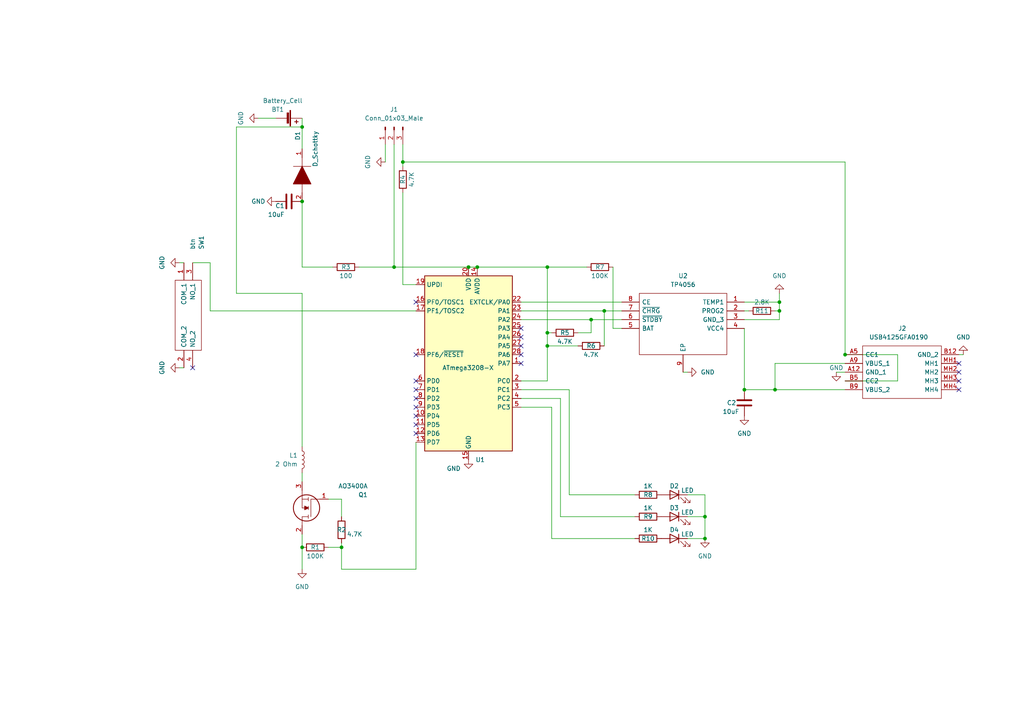
<source format=kicad_sch>
(kicad_sch (version 20211123) (generator eeschema)
  (paper "A4")
  (title_block (title "Rectangle Control Module") (rev "1") (company "Sapient Design") (comment 1 "Designed by: Homer Morrill") (comment 2 "All solder used is to be LF"))
  (lib_symbols
    (symbol "Connector:Conn_01x03_Male" (pin_names (offset 1.016) hide)
      (property "Reference" "J" (at 0 5.08 0))
      (property "Value" "Conn_01x03_Male" (at 0 -5.08 0))
      (symbol "Conn_01x03_Male_1_1"
        (polyline (pts (xy 1.27 -2.54) (xy 0.8636 -2.54)) (stroke (width 0.1524)))
        (polyline (pts (xy 1.27 0) (xy 0.8636 0)) (stroke (width 0.1524)))
        (polyline (pts (xy 1.27 2.54) (xy 0.8636 2.54)) (stroke (width 0.1524)))
        (rectangle (start 0.8636 -2.413) (end 0 -2.667) (stroke (width 0.1524)) (fill (type outline)))
        (rectangle (start 0.8636 0.127) (end 0 -0.127) (stroke (width 0.1524)) (fill (type outline)))
        (rectangle (start 0.8636 2.667) (end 0 2.413) (stroke (width 0.1524)) (fill (type outline)))
        (pin passive line (at 5.08 2.54 180) (length 3.81) (name "Pin_1") (number "1"))
        (pin passive line (at 5.08 0 180) (length 3.81) (name "Pin_2") (number "2"))
        (pin passive line (at 5.08 -2.54 180) (length 3.81) (name "Pin_3") (number "3"))
      )
    )
    (symbol "Device:Battery_Cell" (pin_numbers hide) (pin_names (offset 0) hide)
      (property "Reference" "BT" (at 2.54 2.54 0))
      (property "Value" "Battery_Cell" (at 2.54 0 0))
      (symbol "Battery_Cell_0_1"
        (rectangle (start -2.286 1.778) (end 2.286 1.524) (fill (type outline)))
        (rectangle (start -1.5748 1.1938) (end 1.4732 0.6858) (fill (type outline)))
        (polyline (pts (xy 0 0.762) (xy 0 0)))
        (polyline (pts (xy 0 1.778) (xy 0 2.54)))
        (polyline (pts (xy 0.508 3.429) (xy 1.524 3.429)) (stroke (width 0.254)))
        (polyline (pts (xy 1.016 3.937) (xy 1.016 2.921)) (stroke (width 0.254)))
      )
      (symbol "Battery_Cell_1_1"
        (pin passive line (at 0 5.08 270) (length 2.54) (name "+") (number "1"))
        (pin passive line (at 0 -2.54 90) (length 2.54) (name "-") (number "2"))
      )
    )
    (symbol "Device:C" (pin_numbers hide) (pin_names (offset 0.254))
      (property "Reference" "C" (at 0.635 2.54 0))
      (property "Value" "C" (at 0.635 -2.54 0))
      (symbol "C_0_1"
        (polyline (pts (xy -2.032 -0.762) (xy 2.032 -0.762)) (stroke (width 0.508)))
        (polyline (pts (xy -2.032 0.762) (xy 2.032 0.762)) (stroke (width 0.508)))
      )
      (symbol "C_1_1"
        (pin passive line (at 0 3.81 270) (length 2.794) (name "~") (number "1"))
        (pin passive line (at 0 -3.81 90) (length 2.794) (name "~") (number "2"))
      )
    )
    (symbol "Device:L" (pin_numbers hide) (pin_names (offset 1.016) hide)
      (property "Reference" "L" (at -1.27 0 90))
      (property "Value" "L" (at 1.905 0 90))
      (symbol "L_0_1"
        (arc (start 0 -2.54) (mid 0.635 -1.905) (end 0 -1.27))
        (arc (start 0 -1.27) (mid 0.635 -0.635) (end 0 0))
        (arc (start 0 0) (mid 0.635 0.635) (end 0 1.27))
        (arc (start 0 1.27) (mid 0.635 1.905) (end 0 2.54))
      )
      (symbol "L_1_1"
        (pin passive line (at 0 3.81 270) (length 1.27) (name "1") (number "1"))
        (pin passive line (at 0 -3.81 90) (length 1.27) (name "2") (number "2"))
      )
    )
    (symbol "Device:LED" (pin_numbers hide) (pin_names (offset 1.016) hide)
      (property "Reference" "D" (at 0 2.54 0))
      (property "Value" "LED" (at 0 -2.54 0))
      (symbol "LED_0_1"
        (polyline (pts (xy -1.27 -1.27) (xy -1.27 1.27)) (stroke (width 0.254)))
        (polyline (pts (xy -1.27 0) (xy 1.27 0)))
        (polyline (pts (xy 1.27 -1.27) (xy 1.27 1.27) (xy -1.27 0) (xy 1.27 -1.27)) (stroke (width 0.254)))
        (polyline (pts (xy -3.048 -0.762) (xy -4.572 -2.286) (xy -3.81 -2.286) (xy -4.572 -2.286) (xy -4.572 -1.524)))
        (polyline (pts (xy -1.778 -0.762) (xy -3.302 -2.286) (xy -2.54 -2.286) (xy -3.302 -2.286) (xy -3.302 -1.524)))
      )
      (symbol "LED_1_1"
        (pin passive line (at -3.81 0 0) (length 2.54) (name "K") (number "1"))
        (pin passive line (at 3.81 0 180) (length 2.54) (name "A") (number "2"))
      )
    )
    (symbol "Device:R" (pin_numbers hide) (pin_names (offset 0))
      (property "Reference" "R" (at 2.032 0 90))
      (property "Value" "R" (at 0 0 90))
      (symbol "R_0_1"
        (rectangle (start -1.016 -2.54) (end 1.016 2.54) (stroke (width 0.254)))
      )
      (symbol "R_1_1"
        (pin passive line (at 0 3.81 270) (length 1.27) (name "~") (number "1"))
        (pin passive line (at 0 -3.81 90) (length 1.27) (name "~") (number "2"))
      )
    )
    (symbol "MCU_Microchip_ATmega:ATmega3208-X"
      (property "Reference" "U" (at -12.7 26.67 0))
      (property "Value" "ATmega3208-X" (at 2.54 -26.67 0))
      (symbol "ATmega3208-X_0_1"
        (rectangle (start -12.7 -25.4) (end 12.7 25.4) (stroke (width 0.254)) (fill (type background)))
      )
      (symbol "ATmega3208-X_1_1"
        (pin bidirectional line (at 15.24 0 180) (length 2.54) (name "PA7") (number "1"))
        (pin bidirectional line (at -15.24 -15.24 0) (length 2.54) (name "PD4") (number "10"))
        (pin bidirectional line (at -15.24 -17.78 0) (length 2.54) (name "PD5") (number "11"))
        (pin bidirectional line (at -15.24 -20.32 0) (length 2.54) (name "PD6") (number "12"))
        (pin bidirectional line (at -15.24 -22.86 0) (length 2.54) (name "PD7") (number "13"))
        (pin power_in line (at 2.54 27.94 270) (length 2.54) (name "AVDD") (number "14"))
        (pin power_in line (at 0 -27.94 90) (length 2.54) (name "GND") (number "15"))
        (pin bidirectional line (at -15.24 17.78 0) (length 2.54) (name "PF0/TOSC1") (number "16"))
        (pin bidirectional line (at -15.24 15.24 0) (length 2.54) (name "PF1/TOSC2") (number "17"))
        (pin bidirectional line (at -15.24 2.54 0) (length 2.54) (name "PF6/~{RESET}") (number "18"))
        (pin bidirectional line (at -15.24 22.86 0) (length 2.54) (name "UPDI") (number "19"))
        (pin bidirectional line (at 15.24 -5.08 180) (length 2.54) (name "PC0") (number "2"))
        (pin power_in line (at 0 27.94 270) (length 2.54) (name "VDD") (number "20"))
        (pin passive line (at 0 -27.94 90) (length 2.54) hide (name "GND") (number "21"))
        (pin bidirectional line (at 15.24 17.78 180) (length 2.54) (name "EXTCLK/PA0") (number "22"))
        (pin bidirectional line (at 15.24 15.24 180) (length 2.54) (name "PA1") (number "23"))
        (pin bidirectional line (at 15.24 12.7 180) (length 2.54) (name "PA2") (number "24"))
        (pin bidirectional line (at 15.24 10.16 180) (length 2.54) (name "PA3") (number "25"))
        (pin bidirectional line (at 15.24 7.62 180) (length 2.54) (name "PA4") (number "26"))
        (pin bidirectional line (at 15.24 5.08 180) (length 2.54) (name "PA5") (number "27"))
        (pin bidirectional line (at 15.24 2.54 180) (length 2.54) (name "PA6") (number "28"))
        (pin bidirectional line (at 15.24 -7.62 180) (length 2.54) (name "PC1") (number "3"))
        (pin bidirectional line (at 15.24 -10.16 180) (length 2.54) (name "PC2") (number "4"))
        (pin bidirectional line (at 15.24 -12.7 180) (length 2.54) (name "PC3") (number "5"))
        (pin bidirectional line (at -15.24 -5.08 0) (length 2.54) (name "PD0") (number "6"))
        (pin bidirectional line (at -15.24 -7.62 0) (length 2.54) (name "PD1") (number "7"))
        (pin bidirectional line (at -15.24 -10.16 0) (length 2.54) (name "PD2") (number "8"))
        (pin bidirectional line (at -15.24 -12.7 0) (length 2.54) (name "PD3") (number "9"))
      )
    )
    (symbol "SamacSys:8-1437565-1" (pin_names (offset 0.762))
      (property "Reference" "J" (at 26.67 7.62 0))
      (property "Value" "8-1437565-1" (at 26.67 5.08 0))
      (symbol "8-1437565-1_0_0"
        (pin passive line (at 0 0 0) (length 5.08) (name "COM_1") (number "1"))
        (pin passive line (at 30.48 0 180) (length 5.08) (name "COM_2") (number "2"))
        (pin passive line (at 0 -2.54 0) (length 5.08) (name "NO_1") (number "3"))
        (pin passive line (at 30.48 -2.54 180) (length 5.08) (name "NO_2") (number "4"))
      )
      (symbol "8-1437565-1_0_1"
        (polyline (pts (xy 5.08 2.54) (xy 25.4 2.54) (xy 25.4 -5.08) (xy 5.08 -5.08) (xy 5.08 2.54)) (stroke (width 0.1524)))
      )
    )
    (symbol "SamacSys:AO3400A" (pin_names (offset 0.762))
      (property "Reference" "Q1" (at -11.43 -1.2699 0))
      (property "Value" "AO3400A" (at -11.43 -3.8099 0))
      (symbol "AO3400A_0_0"
        (pin passive line (at 0 0 0) (length 2.54) (name "~") (number "1"))
        (pin passive line (at 7.62 10.16 270) (length 2.54) (name "~") (number "2"))
        (pin passive line (at 7.62 -5.08 90) (length 2.54) (name "~") (number "3"))
      )
      (symbol "AO3400A_0_1"
        (polyline (pts (xy 5.842 -0.508) (xy 5.842 0.508)) (stroke (width 0.1524)))
        (polyline (pts (xy 5.842 0) (xy 7.62 0)) (stroke (width 0.1524)))
        (polyline (pts (xy 5.842 2.032) (xy 5.842 3.048)) (stroke (width 0.1524)))
        (polyline (pts (xy 5.842 5.588) (xy 5.842 4.572)) (stroke (width 0.1524)))
        (polyline (pts (xy 7.62 2.54) (xy 5.842 2.54)) (stroke (width 0.1524)))
        (polyline (pts (xy 7.62 2.54) (xy 7.62 -2.54)) (stroke (width 0.1524)))
        (polyline (pts (xy 7.62 5.08) (xy 5.842 5.08)) (stroke (width 0.1524)))
        (polyline (pts (xy 7.62 5.08) (xy 7.62 7.62)) (stroke (width 0.1524)))
        (polyline (pts (xy 2.54 0) (xy 5.08 0) (xy 5.08 5.08)) (stroke (width 0.1524)))
        (polyline (pts (xy 5.842 2.54) (xy 6.858 3.048) (xy 6.858 2.032) (xy 5.842 2.54)) (stroke (width 0.254)) (fill (type outline)))
        (circle (center 6.35 2.54) (radius 3.81) (stroke (width 0.254)))
      )
    )
    (symbol "SamacSys:SD0805S020S0R5" (pin_names (offset 0.762))
      (property "Reference" "D" (at 11.43 5.08 0))
      (property "Value" "SD0805S020S0R5" (at 11.43 2.54 0))
      (symbol "SD0805S020S0R5_0_0"
        (pin passive line (at 0 0 0) (length 2.54) (name "~") (number "1"))
        (pin passive line (at 15.24 0 180) (length 2.54) (name "~") (number "2"))
      )
      (symbol "SD0805S020S0R5_0_1"
        (polyline (pts (xy 2.54 0) (xy 5.08 0)) (stroke (width 0.1524)))
        (polyline (pts (xy 5.08 2.54) (xy 5.08 -2.54)) (stroke (width 0.1524)))
        (polyline (pts (xy 10.16 0) (xy 12.7 0)) (stroke (width 0.1524)))
        (polyline (pts (xy 5.08 0) (xy 10.16 2.54) (xy 10.16 -2.54) (xy 5.08 0)) (stroke (width 0.254)) (fill (type outline)))
      )
    )
    (symbol "SamacSys:TP4056" (pin_names (offset 0.762))
      (property "Reference" "J" (at 31.75 7.62 0))
      (property "Value" "TP4056" (at 31.75 5.08 0))
      (symbol "TP4056_0_0"
        (pin passive line (at 0 0 0) (length 5.08) (name "TEMP1") (number "1"))
        (pin passive line (at 0 -2.54 0) (length 5.08) (name "PROG2") (number "2"))
        (pin passive line (at 0 -5.08 0) (length 5.08) (name "GND_3") (number "3"))
        (pin passive line (at 0 -7.62 0) (length 5.08) (name "VCC4") (number "4"))
        (pin passive line (at 35.56 -7.62 180) (length 5.08) (name "BAT") (number "5"))
        (pin passive line (at 35.56 -5.08 180) (length 5.08) (name "~{STDBY}") (number "6"))
        (pin passive line (at 35.56 -2.54 180) (length 5.08) (name "~{CHRG}") (number "7"))
        (pin passive line (at 35.56 0 180) (length 5.08) (name "CE") (number "8"))
        (pin passive line (at 17.78 -20.32 90) (length 5.08) (name "EP") (number "9"))
      )
      (symbol "TP4056_0_1"
        (polyline (pts (xy 5.08 2.54) (xy 30.48 2.54) (xy 30.48 -15.24) (xy 5.08 -15.24) (xy 5.08 2.54)) (stroke (width 0.1524)))
      )
    )
    (symbol "SamacSys:USB4125-GF-A-0190" (pin_names (offset 0.762))
      (property "Reference" "J" (at 29.21 7.62 0))
      (property "Value" "USB4125-GF-A-0190" (at 29.21 5.08 0))
      (symbol "USB4125-GF-A-0190_0_0"
        (pin passive line (at 0 -5.08 0) (length 5.08) (name "GND_1") (number "A12"))
        (pin passive line (at 0 0 0) (length 5.08) (name "CC1") (number "A5"))
        (pin passive line (at 0 -2.54 0) (length 5.08) (name "VBUS_1") (number "A9"))
        (pin passive line (at 33.02 0 180) (length 5.08) (name "GND_2") (number "B12"))
        (pin passive line (at 0 -7.62 0) (length 5.08) (name "CC2") (number "B5"))
        (pin passive line (at 0 -10.16 0) (length 5.08) (name "VBUS_2") (number "B9"))
        (pin passive line (at 33.02 -2.54 180) (length 5.08) (name "MH1") (number "MH1"))
        (pin passive line (at 33.02 -5.08 180) (length 5.08) (name "MH2") (number "MH2"))
        (pin passive line (at 33.02 -7.62 180) (length 5.08) (name "MH3") (number "MH3"))
        (pin passive line (at 33.02 -10.16 180) (length 5.08) (name "MH4") (number "MH4"))
      )
      (symbol "USB4125-GF-A-0190_0_1"
        (polyline (pts (xy 5.08 2.54) (xy 27.94 2.54) (xy 27.94 -12.7) (xy 5.08 -12.7) (xy 5.08 2.54)) (stroke (width 0.1524)))
      )
    )
    (symbol "power:GND" (power) (pin_names (offset 0))
      (property "Value" "GND" (at 0 -3.81 0))
      (symbol "GND_0_1"
        (polyline (pts (xy 0 0) (xy 0 -1.27) (xy 1.27 -1.27) (xy 0 -2.54) (xy -1.27 -1.27) (xy 0 -1.27)))
      )
      (symbol "GND_1_1"
        (pin power_in line (at 0 0 270) (length 0) hide (name "GND") (number "1"))
      )
    )
  )
  (junction (at 204.47 156.21))
  (junction (at 87.63 158.75))
  (junction (at 135.89 77.47))
  (junction (at 114.3 77.47))
  (junction (at 138.43 77.47))
  (junction (at 226.06 87.63))
  (junction (at 171.45 92.71))
  (junction (at 245.11 102.87))
  (junction (at 116.84 46.99))
  (junction (at 224.79 113.03))
  (junction (at 158.75 96.52))
  (junction (at 215.9 113.03))
  (junction (at 158.75 77.47))
  (junction (at 87.63 36.83))
  (junction (at 99.06 158.75))
  (junction (at 87.63 58.42))
  (junction (at 158.75 100.33))
  (junction (at 226.06 90.17))
  (junction (at 175.26 90.17))
  (junction (at 204.47 149.86))
  (no_connect (at 278.13 110.49))
  (no_connect (at 278.13 105.41))
  (no_connect (at 278.13 107.95))
  (no_connect (at 120.65 125.73))
  (no_connect (at 120.65 123.19))
  (no_connect (at 55.88 106.68))
  (no_connect (at 151.13 100.33))
  (no_connect (at 151.13 97.79))
  (no_connect (at 151.13 95.25))
  (no_connect (at 120.65 87.63))
  (no_connect (at 120.65 110.49))
  (no_connect (at 120.65 120.65))
  (no_connect (at 120.65 118.11))
  (no_connect (at 120.65 115.57))
  (no_connect (at 120.65 113.03))
  (no_connect (at 151.13 105.41))
  (no_connect (at 151.13 102.87))
  (no_connect (at 120.65 102.87))
  (no_connect (at 278.13 113.03))
  (wire (pts (xy 114.3 41.91) (xy 114.3 77.47)))
  (wire (pts (xy 175.26 90.17) (xy 180.34 90.17)))
  (wire (pts (xy 260.35 110.49) (xy 260.35 102.87)))
  (wire (pts (xy 165.1 143.51) (xy 165.1 113.03)))
  (wire (pts (xy 224.79 105.41) (xy 224.79 113.03)))
  (wire (pts (xy 135.89 77.47) (xy 138.43 77.47)))
  (wire (pts (xy 215.9 113.03) (xy 224.79 113.03)))
  (wire (pts (xy 120.65 128.27) (xy 120.65 165.1)))
  (wire (pts (xy 245.11 46.99) (xy 116.84 46.99)))
  (wire (pts (xy 116.84 82.55) (xy 120.65 82.55)))
  (wire (pts (xy 55.88 76.2) (xy 60.96 76.2)))
  (wire (pts (xy 226.06 85.09) (xy 226.06 87.63)))
  (wire (pts (xy 60.96 76.2) (xy 60.96 90.17)))
  (wire (pts (xy 215.9 87.63) (xy 226.06 87.63)))
  (wire (pts (xy 158.75 96.52) (xy 160.02 96.52)))
  (wire (pts (xy 111.76 41.91) (xy 111.76 46.99)))
  (wire (pts (xy 160.02 118.11) (xy 160.02 156.21)))
  (wire (pts (xy 162.56 149.86) (xy 184.15 149.86)))
  (wire (pts (xy 198.12 107.95) (xy 199.39 107.95)))
  (wire (pts (xy 68.58 36.83) (xy 87.63 36.83)))
  (wire (pts (xy 158.75 100.33) (xy 167.64 100.33)))
  (wire (pts (xy 175.26 100.33) (xy 175.26 90.17)))
  (wire (pts (xy 245.11 110.49) (xy 260.35 110.49)))
  (wire (pts (xy 99.06 158.75) (xy 99.06 165.1)))
  (wire (pts (xy 116.84 55.88) (xy 116.84 82.55)))
  (wire (pts (xy 162.56 115.57) (xy 162.56 149.86)))
  (wire (pts (xy 87.63 129.54) (xy 87.63 85.09)))
  (wire (pts (xy 278.13 102.87) (xy 279.4 102.87)))
  (wire (pts (xy 245.11 46.99) (xy 245.11 102.87)))
  (wire (pts (xy 116.84 41.91) (xy 116.84 46.99)))
  (wire (pts (xy 116.84 46.99) (xy 116.84 48.26)))
  (wire (pts (xy 114.3 77.47) (xy 135.89 77.47)))
  (wire (pts (xy 60.96 90.17) (xy 120.65 90.17)))
  (wire (pts (xy 99.06 157.48) (xy 99.06 158.75)))
  (wire (pts (xy 87.63 36.83) (xy 87.63 43.18)))
  (wire (pts (xy 87.63 137.16) (xy 87.63 139.7)))
  (wire (pts (xy 53.34 76.2) (xy 52.07 76.2)))
  (wire (pts (xy 158.75 77.47) (xy 158.75 96.52)))
  (wire (pts (xy 199.39 149.86) (xy 204.47 149.86)))
  (wire (pts (xy 95.25 158.75) (xy 99.06 158.75)))
  (wire (pts (xy 242.57 107.95) (xy 245.11 107.95)))
  (wire (pts (xy 226.06 90.17) (xy 226.06 92.71)))
  (wire (pts (xy 99.06 165.1) (xy 120.65 165.1)))
  (wire (pts (xy 170.18 77.47) (xy 158.75 77.47)))
  (wire (pts (xy 177.8 95.25) (xy 180.34 95.25)))
  (wire (pts (xy 199.39 143.51) (xy 204.47 143.51)))
  (wire (pts (xy 199.39 156.21) (xy 204.47 156.21)))
  (wire (pts (xy 99.06 144.78) (xy 95.25 144.78)))
  (wire (pts (xy 158.75 96.52) (xy 158.75 100.33)))
  (wire (pts (xy 87.63 158.75) (xy 87.63 165.1)))
  (wire (pts (xy 224.79 113.03) (xy 245.11 113.03)))
  (wire (pts (xy 87.63 154.94) (xy 87.63 158.75)))
  (wire (pts (xy 138.43 77.47) (xy 158.75 77.47)))
  (wire (pts (xy 87.63 34.29) (xy 87.63 36.83)))
  (wire (pts (xy 151.13 113.03) (xy 165.1 113.03)))
  (wire (pts (xy 74.93 34.29) (xy 80.01 34.29)))
  (wire (pts (xy 151.13 90.17) (xy 175.26 90.17)))
  (wire (pts (xy 204.47 143.51) (xy 204.47 149.86)))
  (wire (pts (xy 151.13 118.11) (xy 160.02 118.11)))
  (wire (pts (xy 171.45 92.71) (xy 180.34 92.71)))
  (wire (pts (xy 171.45 92.71) (xy 171.45 96.52)))
  (wire (pts (xy 151.13 92.71) (xy 171.45 92.71)))
  (wire (pts (xy 151.13 110.49) (xy 158.75 110.49)))
  (wire (pts (xy 104.14 77.47) (xy 114.3 77.47)))
  (wire (pts (xy 87.63 77.47) (xy 96.52 77.47)))
  (wire (pts (xy 245.11 105.41) (xy 224.79 105.41)))
  (wire (pts (xy 99.06 144.78) (xy 99.06 149.86)))
  (wire (pts (xy 160.02 156.21) (xy 184.15 156.21)))
  (wire (pts (xy 87.63 85.09) (xy 68.58 85.09)))
  (wire (pts (xy 68.58 85.09) (xy 68.58 36.83)))
  (wire (pts (xy 177.8 77.47) (xy 177.8 95.25)))
  (wire (pts (xy 224.79 90.17) (xy 226.06 90.17)))
  (wire (pts (xy 204.47 149.86) (xy 204.47 156.21)))
  (wire (pts (xy 215.9 90.17) (xy 217.17 90.17)))
  (wire (pts (xy 245.11 102.87) (xy 260.35 102.87)))
  (wire (pts (xy 151.13 115.57) (xy 162.56 115.57)))
  (wire (pts (xy 215.9 92.71) (xy 226.06 92.71)))
  (wire (pts (xy 87.63 58.42) (xy 87.63 77.47)))
  (wire (pts (xy 226.06 87.63) (xy 226.06 90.17)))
  (wire (pts (xy 158.75 100.33) (xy 158.75 110.49)))
  (wire (pts (xy 151.13 87.63) (xy 180.34 87.63)))
  (wire (pts (xy 184.15 143.51) (xy 165.1 143.51)))
  (wire (pts (xy 215.9 113.03) (xy 215.9 95.25)))
  (wire (pts (xy 167.64 96.52) (xy 171.45 96.52)))
  (wire (pts (xy 53.34 106.68) (xy 52.07 106.68)))
  (symbol (lib_id "Device:LED") (at 195.58 143.51 0) (mirror y) (unit 1)
    (property "Reference" "D2" (at 195.58 140.97 0))
    (property "Value" "LED" (at 199.39 142.24 0))
    (property "Footprint" "LED_SMD:LED_0603_1608Metric_Pad1.05x0.95mm_HandSolder" (effects hide))
  )
  (symbol (lib_id "power:GND") (at 87.63 165.1 0) (unit 1)
    (property "Reference" "#PWR05" (effects hide))
    (property "Value" "GND" (at 87.63 170.18 0))
  )
  (symbol (lib_id "SamacSys:USB4125-GF-A-0190") (at 245.11 102.87 0) (unit 1)
    (property "Reference" "J2" (at 262.89 95.25 0) (effects (justify right)))
    (property "Value" "USB4125GFA0190" (at 269.24 97.79 0) (effects (justify right)))
    (property "Footprint" "SamacSys:USB4125GFA0190" (effects hide))
    (property "Datasheet" "https://gct.co/files/drawings/usb4140.pdf?v=497efcde-01c1-4614-ade4-1b2d7a03c886" (effects hide))
    (property "Description" "USB Connectors USB C Rec GF RA 6P SMT TH Stakes 1.9mm" (effects hide))
    (property "Height" "3.41" (effects hide))
    (property "Mouser Part Number" "640-USB4125-GF-A-190" (effects hide))
    (property "Mouser Price/Stock" "https://www.mouser.co.uk/ProductDetail/GCT/USB4125-GF-A-0190?qs=QNEnbhJQKvbCz4hEJBS24w%3D%3D" (effects hide))
    (property "Manufacturer_Name" "GCT (GLOBAL CONNECTOR TECHNOLOGY)" (effects hide))
    (property "Manufacturer_Part_Number" "USB4125-GF-A-0190" (effects hide))
  )
  (symbol (lib_id "Device:R") (at 116.84 52.07 0) (mirror x) (unit 1)
    (property "Reference" "R4" (at 116.84 52.07 90))
    (property "Value" "4.7K" (at 119.38 52.07 90))
    (property "Footprint" "Resistor_SMD:R_0603_1608Metric_Pad0.98x0.95mm_HandSolder" (effects hide))
  )
  (symbol (lib_id "Device:Battery_Cell") (at 82.55 34.29 270) (unit 1)
    (property "Reference" "BT1" (at 78.74 31.75 90) (effects (justify left)))
    (property "Value" "Battery_Cell" (at 76.2 29.21 90) (effects (justify left)))
    (property "Footprint" "Connector_PinHeader_2.54mm:PinHeader_1x02_P2.54mm_Vertical" (effects hide))
  )
  (symbol (lib_id "Device:R") (at 187.96 149.86 270) (mirror x) (unit 1)
    (property "Reference" "R9" (at 187.96 149.86 90))
    (property "Value" "1K" (at 187.96 147.32 90))
    (property "Footprint" "Resistor_SMD:R_0603_1608Metric_Pad0.98x0.95mm_HandSolder" (effects hide))
  )
  (symbol (lib_id "power:GND") (at 111.76 46.99 270) (unit 1)
    (property "Reference" "#PWR06" (effects hide))
    (property "Value" "GND" (at 106.68 46.99 0))
  )
  (symbol (lib_id "SamacSys:AO3400A") (at 95.25 144.78 180) (unit 1)
    (property "Reference" "Q1" (at 106.68 143.5101 0) (effects (justify left)))
    (property "Value" "AO3400A" (at 106.68 140.9701 0) (effects (justify left)))
    (property "Footprint" "Package_TO_SOT_SMD:SOT-23" (effects hide))
    (property "Datasheet" "http://aosmd.com/res/data_sheets/AO3400A.pdf" (effects hide))
    (property "Description" "30V N-Channel MOSFET" (effects hide))
    (property "Height" "1.25" (effects hide))
    (property "Mouser Part Number" "833-SI2301-TP" (effects hide))
    (property "Mouser Price/Stock" "https://www.mouser.co.uk/ProductDetail/Micro-Commercial-Components-MCC/SI2301-TP?qs=SdqRYZZ9IxDQZSN6dfdoAA%3D%3D" (effects hide))
    (property "Manufacturer_Name" "Alpha & Omega Semiconductors" (effects hide))
    (property "Manufacturer_Part_Number" "AO3400A" (effects hide))
    (property "Arrow Part Number" "AO3400A" (effects hide))
    (property "Arrow Price/Stock" "https://www.arrow.com/en/products/ao3400a/alpha-and-omega-semiconductor?region=nac" (effects hide))
  )
  (symbol (lib_id "power:GND") (at 52.07 76.2 270) (unit 1)
    (property "Reference" "#PWR01" (effects hide))
    (property "Value" "GND" (at 46.99 76.2 0))
  )
  (symbol (lib_id "Device:R") (at 173.99 77.47 270) (mirror x) (unit 1)
    (property "Reference" "R7" (at 173.99 77.47 90))
    (property "Value" "100K" (at 173.99 80.01 90))
    (property "Footprint" "Resistor_SMD:R_0603_1608Metric_Pad0.98x0.95mm_HandSolder" (effects hide))
  )
  (symbol (lib_id "SamacSys:8-1437565-1") (at 53.34 76.2 90) (mirror x) (unit 1)
    (property "Reference" "SW1" (at 58.42 72.39 0) (effects (justify right)))
    (property "Value" "btn" (at 55.88 72.39 0) (effects (justify right)))
    (property "Footprint" "SamacSys:814375651" (effects hide))
    (property "Datasheet" "https://www.te.com/commerce/DocumentDelivery/DDEController?Action=srchrtrv&DocNm=8-1437565-0&DocType=Customer+Drawing&DocLang=English" (effects hide))
    (property "Description" "Tactile Switches TACTILE SWITCHT&R" (effects hide))
    (property "Height" "1.7" (effects hide))
    (property "Manufacturer_Name" "TE Connectivity" (effects hide))
    (property "Manufacturer_Part_Number" "8-1437565-1" (effects hide))
    (property "Mouser Part Number" "506-8-1437565-1" (effects hide))
    (property "Mouser Price/Stock" "https://www.mouser.co.uk/ProductDetail/TE-Connectivity-PB/8-1437565-1?qs=%2FwXgF%2FfIho85SUhcdHoonw%3D%3D" (effects hide))
  )
  (symbol (lib_id "power:GND") (at 135.89 133.35 0) (unit 1)
    (property "Reference" "#PWR07" (effects hide))
    (property "Value" "GND" (at 129.54 135.89 0) (effects (justify left)))
  )
  (symbol (lib_id "Device:R") (at 187.96 143.51 270) (mirror x) (unit 1)
    (property "Reference" "R8" (at 187.96 143.51 90))
    (property "Value" "1K" (at 187.96 140.97 90))
    (property "Footprint" "Resistor_SMD:R_0603_1608Metric_Pad0.98x0.95mm_HandSolder" (effects hide))
  )
  (symbol (lib_id "Device:L") (at 87.63 133.35 0) (mirror x) (unit 1)
    (property "Reference" "L1" (at 86.36 132.0799 0) (effects (justify right)))
    (property "Value" "2 Ohm" (at 86.36 134.6199 0) (effects (justify right)))
    (property "Footprint" "Inductor_THT:L_Axial_L6.6mm_D2.7mm_P2.54mm_Vertical_Vishay_IM-2" (effects hide))
  )
  (symbol (lib_id "power:GND") (at 226.06 85.09 180) (unit 1)
    (property "Reference" "#PWR011" (effects hide))
    (property "Value" "GND" (at 226.06 80.01 0))
  )
  (symbol (lib_id "Device:R") (at 163.83 96.52 90) (mirror x) (unit 1)
    (property "Reference" "R5" (at 163.83 96.52 90))
    (property "Value" "4.7K" (at 163.83 99.06 90))
    (property "Footprint" "Resistor_SMD:R_0603_1608Metric_Pad0.98x0.95mm_HandSolder" (effects hide))
  )
  (symbol (lib_id "Device:R") (at 171.45 100.33 90) (mirror x) (unit 1)
    (property "Reference" "R6" (at 171.45 100.33 90))
    (property "Value" "4.7K" (at 171.45 102.87 90))
    (property "Footprint" "Resistor_SMD:R_0603_1608Metric_Pad0.98x0.95mm_HandSolder" (effects hide))
  )
  (symbol (lib_id "Connector:Conn_01x03_Male") (at 114.3 36.83 90) (mirror x) (unit 1)
    (property "Reference" "J1" (at 114.3 31.75 90))
    (property "Value" "Conn_01x03_Male" (at 114.3 34.29 90))
    (property "Footprint" "Connector_PinHeader_2.54mm:PinHeader_1x03_P2.54mm_Horizontal" (effects hide))
  )
  (symbol (lib_id "Device:R") (at 91.44 158.75 90) (mirror x) (unit 1)
    (property "Reference" "R1" (at 91.44 158.75 90))
    (property "Value" "100K" (at 91.44 161.29 90))
    (property "Footprint" "Resistor_SMD:R_0603_1608Metric_Pad0.98x0.95mm_HandSolder" (effects hide))
  )
  (symbol (lib_id "Device:LED") (at 195.58 149.86 0) (mirror y) (unit 1)
    (property "Reference" "D3" (at 195.58 147.32 0))
    (property "Value" "LED" (at 199.39 148.59 0))
    (property "Footprint" "LED_SMD:LED_0603_1608Metric_Pad1.05x0.95mm_HandSolder" (effects hide))
  )
  (symbol (lib_id "power:GND") (at 80.01 58.42 270) (unit 1)
    (property "Reference" "#PWR04" (effects hide))
    (property "Value" "GND" (at 74.93 58.42 90))
  )
  (symbol (lib_id "power:GND") (at 215.9 120.65 0) (mirror y) (unit 1)
    (property "Reference" "#PWR010" (effects hide))
    (property "Value" "GND" (at 215.9 125.73 0))
  )
  (symbol (lib_id "MCU_Microchip_ATmega:ATmega3208-X") (at 135.89 105.41 0) (unit 1)
    (property "Reference" "U1" (at 137.9094 133.35 0) (effects (justify left)))
    (property "Value" "ATmega3208-X" (at 128.27 106.68 0) (effects (justify left)))
    (property "Footprint" "Package_SO:SSOP-28_5.3x10.2mm_P0.65mm" (effects hide))
    (property "Datasheet" "http://ww1.microchip.com/downloads/en/DeviceDoc/40002018A.pdf" (effects hide))
  )
  (symbol (lib_id "Device:R") (at 220.98 90.17 90) (unit 1)
    (property "Reference" "R11" (at 220.98 90.17 90))
    (property "Value" "2.8K" (at 220.98 87.63 90))
    (property "Footprint" "Resistor_SMD:R_0603_1608Metric_Pad0.98x0.95mm_HandSolder" (effects hide))
  )
  (symbol (lib_id "Device:R") (at 99.06 153.67 0) (mirror y) (unit 1)
    (property "Reference" "R2" (at 99.06 153.67 0))
    (property "Value" "4.7K" (at 102.87 154.94 0))
    (property "Footprint" "Resistor_SMD:R_0603_1608Metric_Pad0.98x0.95mm_HandSolder" (effects hide))
  )
  (symbol (lib_id "power:GND") (at 242.57 107.95 0) (unit 1)
    (property "Reference" "#PWR012" (effects hide))
    (property "Value" "GND" (at 242.57 106.68 0))
  )
  (symbol (lib_id "power:GND") (at 52.07 106.68 270) (unit 1)
    (property "Reference" "#PWR02" (effects hide))
    (property "Value" "GND" (at 46.99 106.68 0))
  )
  (symbol (lib_id "Device:LED") (at 195.58 156.21 0) (mirror y) (unit 1)
    (property "Reference" "D4" (at 195.58 153.67 0))
    (property "Value" "LED" (at 199.39 154.94 0))
    (property "Footprint" "LED_SMD:LED_0603_1608Metric_Pad1.05x0.95mm_HandSolder" (effects hide))
  )
  (symbol (lib_id "power:GND") (at 279.4 102.87 180) (unit 1)
    (property "Reference" "#PWR013" (effects hide))
    (property "Value" "GND" (at 279.4 97.79 0))
  )
  (symbol (lib_id "power:GND") (at 199.39 107.95 90) (unit 1)
    (property "Reference" "#PWR08" (effects hide))
    (property "Value" "GND" (at 203.2 107.9499 90) (effects (justify right)))
  )
  (symbol (lib_id "SamacSys:SD0805S020S0R5") (at 87.63 43.18 270) (unit 1)
    (property "Reference" "D1" (at 86.36 39.37 0))
    (property "Value" "D_Schottky" (at 91.44 43.18 0))
    (property "Footprint" "DIOC2013X100N" (effects hide))
    (property "Datasheet" "https://datasheets.kyocera-avx.com/schottky.pdf" (effects hide))
    (property "Description" "AVX - SD0805S020S0R5 - Schottky Rectifier, 20 V, 500 mA, Single, SOD-323, 2 Pins, 440 mV" (effects hide))
    (property "Height" "1" (effects hide))
    (property "Mouser Part Number" "581-SD0805S020S0R5" (effects hide))
    (property "Mouser Price/Stock" "https://www.mouser.co.uk/ProductDetail/AVX/SD0805S020S0R5?qs=jCA%252BPfw4LHZ%252BeTNuLGlRmA%3D%3D" (effects hide))
    (property "Manufacturer_Name" "AVX" (effects hide))
    (property "Manufacturer_Part_Number" "SD0805S020S0R5" (effects hide))
  )
  (symbol (lib_id "Device:C") (at 83.82 58.42 90) (unit 1)
    (property "Reference" "C1" (at 82.55 59.69 90) (effects (justify left)))
    (property "Value" "10uF" (at 82.55 62.23 90) (effects (justify left)))
    (property "Footprint" "Capacitor_SMD:C_0805_2012Metric_Pad1.18x1.45mm_HandSolder" (effects hide))
  )
  (symbol (lib_id "SamacSys:TP4056") (at 215.9 87.63 0) (mirror y) (unit 1)
    (property "Reference" "U2" (at 198.12 80.01 0))
    (property "Value" "TP4056" (at 198.12 82.55 0))
    (property "Footprint" "Package_SO:SOIC-8-1EP_3.9x4.9mm_P1.27mm_EP2.514x3.2mm_ThermalVias" (effects hide))
    (property "Datasheet" "https://dlnmh9ip6v2uc.cloudfront.net/datasheets/Prototyping/TP4056.pdf" (effects hide))
    (property "Description" "1A Standalone Linear Li-lon Battery Charger, SOP-8" (effects hide))
    (property "Height" "1.75" (effects hide))
    (property "Manufacturer_Name" "NanJing Top Power" (effects hide))
    (property "Manufacturer_Part_Number" "TP4056" (effects hide))
  )
  (symbol (lib_id "Device:R") (at 100.33 77.47 90) (mirror x) (unit 1)
    (property "Reference" "R3" (at 100.33 77.47 90))
    (property "Value" "100" (at 100.33 80.01 90))
    (property "Footprint" "Resistor_SMD:R_0603_1608Metric_Pad0.98x0.95mm_HandSolder" (effects hide))
  )
  (symbol (lib_id "Device:R") (at 187.96 156.21 270) (mirror x) (unit 1)
    (property "Reference" "R10" (at 187.96 156.21 90))
    (property "Value" "1K" (at 187.96 153.67 90))
    (property "Footprint" "Resistor_SMD:R_0603_1608Metric_Pad0.98x0.95mm_HandSolder" (effects hide))
  )
  (symbol (lib_id "power:GND") (at 204.47 156.21 0) (mirror y) (unit 1)
    (property "Reference" "#PWR09" (effects hide))
    (property "Value" "GND" (at 204.47 161.29 0))
  )
  (symbol (lib_id "Device:C") (at 215.9 116.84 0) (mirror x) (unit 1)
    (property "Reference" "C2" (at 210.82 116.84 0) (effects (justify left)))
    (property "Value" "10uF" (at 209.55 119.38 0) (effects (justify left)))
    (property "Footprint" "Capacitor_SMD:C_0805_2012Metric_Pad1.18x1.45mm_HandSolder" (effects hide))
  )
  (symbol (lib_id "power:GND") (at 74.93 34.29 270) (unit 1)
    (property "Reference" "#PWR03" (effects hide))
    (property "Value" "GND" (at 69.85 34.29 0))
  )
)
</source>
